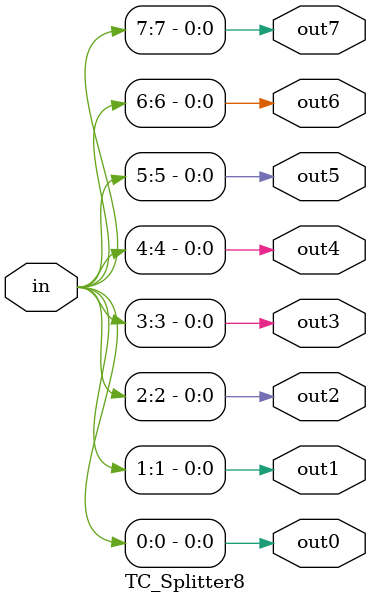
<source format=v>
module TC_Splitter8 (in, out0, out1, out2, out3, out4, out5, out6, out7);
    parameter UUID = 0;
    parameter NAME = "";
    input [7:0] in;
    output out0;
    output out1;
    output out2;
    output out3;
    output out4;
    output out5;
    output out6;
    output out7;
    
    assign {out7, out6, out5, out4, out3, out2, out1, out0} = in;
endmodule

</source>
